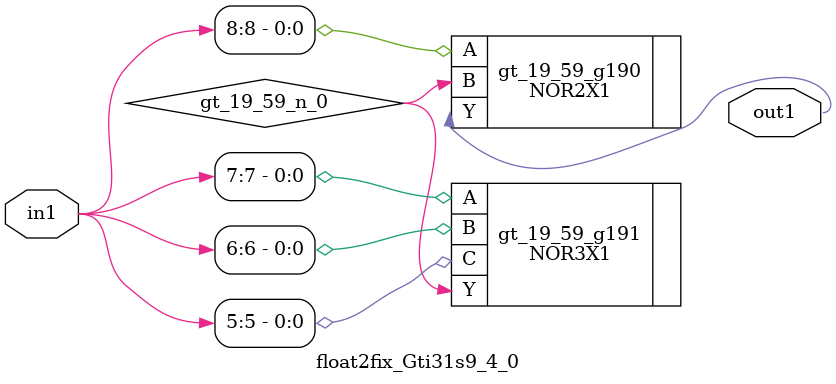
<source format=v>
`timescale 1ps / 1ps


module float2fix_Gti31s9_4_0(in1, out1);
  input [8:0] in1;
  output out1;
  wire [8:0] in1;
  wire out1;
  wire gt_19_59_n_0;
  NOR2X1 gt_19_59_g190(.A (in1[8]), .B (gt_19_59_n_0), .Y (out1));
  NOR3X1 gt_19_59_g191(.A (in1[7]), .B (in1[6]), .C (in1[5]), .Y
       (gt_19_59_n_0));
endmodule



</source>
